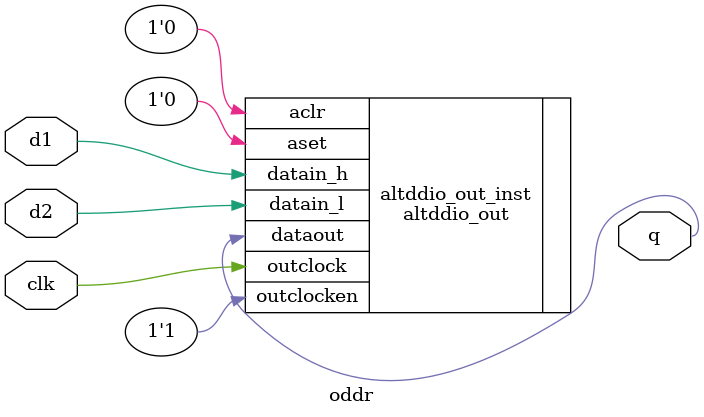
<source format=v>
/*

Copyright (c) 2016-2018 Alex Forencich

Permission is hereby granted, free of charge, to any person obtaining a copy
of this software and associated documentation files (the "Software"), to deal
in the Software without restriction, including without limitation the rights
to use, copy, modify, merge, publish, distribute, sublicense, and/or sell
copies of the Software, and to permit persons to whom the Software is
furnished to do so, subject to the following conditions:

The above copyright notice and this permission notice shall be included in
all copies or substantial portions of the Software.

THE SOFTWARE IS PROVIDED "AS IS", WITHOUT WARRANTY OF ANY KIND, EXPRESS OR
IMPLIED, INCLUDING BUT NOT LIMITED TO THE WARRANTIES OF MERCHANTABILITY
FITNESS FOR A PARTICULAR PURPOSE AND NONINFRINGEMENT. IN NO EVENT SHALL THE
AUTHORS OR COPYRIGHT HOLDERS BE LIABLE FOR ANY CLAIM, DAMAGES OR OTHER
LIABILITY, WHETHER IN AN ACTION OF CONTRACT, TORT OR OTHERWISE, ARISING FROM,
OUT OF OR IN CONNECTION WITH THE SOFTWARE OR THE USE OR OTHER DEALINGS IN
THE SOFTWARE.

*/

// Language: Verilog 2001

`timescale 1ns / 1ps

/*
 * Generic ODDR module
 */
module oddr #
(
    // Width of register in bits
    parameter WIDTH = 1
)
(
    input  wire             clk,

    input  wire [WIDTH-1:0] d1,
    input  wire [WIDTH-1:0] d2,

    output wire [WIDTH-1:0] q
);

/*

Provides a consistent output DDR flip flop across multiple FPGA families
              _____       _____       _____       _____
    clk  ____/     \_____/     \_____/     \_____/     \_____
         _ ___________ ___________ ___________ ___________ __
    d1   _X____D0_____X____D2_____X____D4_____X____D6_____X__
         _ ___________ ___________ ___________ ___________ __
    d2   _X____D1_____X____D3_____X____D5_____X____D7_____X__
         _____ _____ _____ _____ _____ _____ _____ _____ ____
    d    _____X_D0__X_D1__X_D2__X_D3__X_D4__X_D5__X_D6__X_D7_

*/


    altddio_out #(
        .WIDTH(WIDTH),
        .POWER_UP_HIGH("OFF"),
        .OE_REG("UNUSED")
    )
    altddio_out_inst (
        .aset(1'b0),
        .datain_h(d1),
        .datain_l(d2),
        .outclocken(1'b1),
        .outclock(clk),
        .aclr(1'b0),
        .dataout(q)
    );

endmodule

</source>
